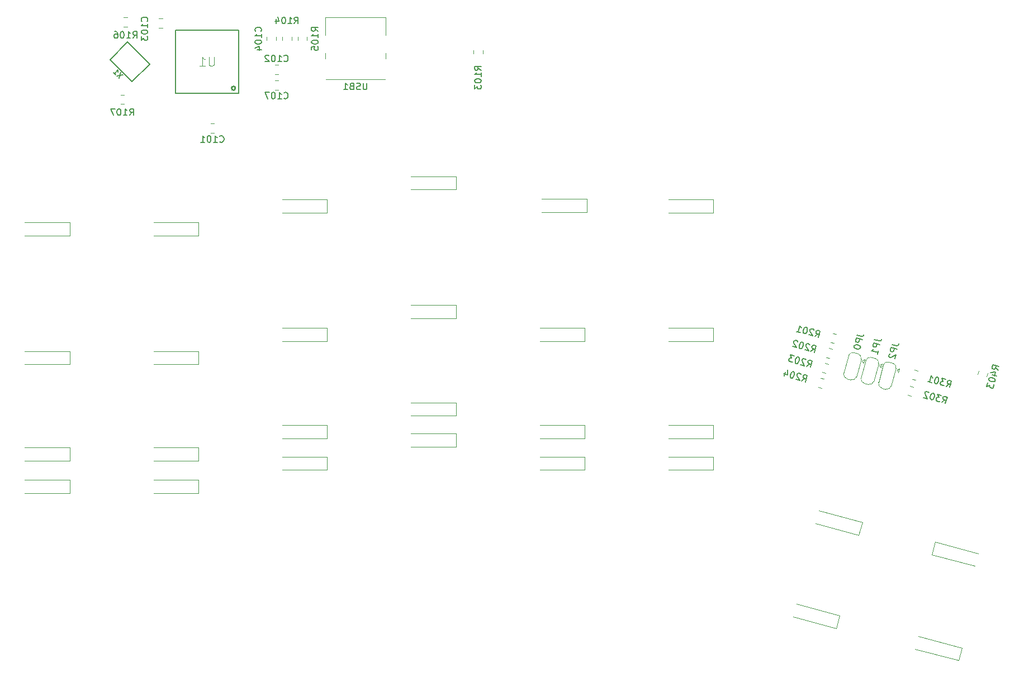
<source format=gbo>
G04 #@! TF.GenerationSoftware,KiCad,Pcbnew,(5.1.4)-1*
G04 #@! TF.CreationDate,2020-05-29T20:33:55-05:00*
G04 #@! TF.ProjectId,Keeb,4b656562-2e6b-4696-9361-645f70636258,rev?*
G04 #@! TF.SameCoordinates,Original*
G04 #@! TF.FileFunction,Legend,Bot*
G04 #@! TF.FilePolarity,Positive*
%FSLAX46Y46*%
G04 Gerber Fmt 4.6, Leading zero omitted, Abs format (unit mm)*
G04 Created by KiCad (PCBNEW (5.1.4)-1) date 2020-05-29 20:33:55*
%MOMM*%
%LPD*%
G04 APERTURE LIST*
%ADD10C,0.254000*%
%ADD11C,0.203200*%
%ADD12C,0.120000*%
%ADD13C,0.200000*%
%ADD14C,0.050000*%
%ADD15C,0.150000*%
G04 APERTURE END LIST*
D10*
X231471591Y-43313534D02*
G75*
G03X231471591Y-43313534I-282700J0D01*
G01*
D11*
X222388891Y-44113534D02*
X231988891Y-44113534D01*
X222388891Y-34513534D02*
X222388891Y-44113534D01*
X231988891Y-34513534D02*
X222388891Y-34513534D01*
X231988891Y-44113534D02*
X231988891Y-34513534D01*
D12*
X214084963Y-44299620D02*
X214607467Y-44299620D01*
X214084963Y-45719620D02*
X214607467Y-45719620D01*
X284696215Y-60097120D02*
X277896215Y-60097120D01*
X284696215Y-62097120D02*
X284696215Y-60097120D01*
X277896215Y-62097120D02*
X284696215Y-62097120D01*
X333313600Y-89814901D02*
X333818301Y-89950135D01*
X333681123Y-88443287D02*
X334185824Y-88578521D01*
D13*
X212483687Y-38959981D02*
X215842444Y-42318738D01*
X215135338Y-36308330D02*
X212483687Y-38959981D01*
X218494095Y-39667087D02*
X215135338Y-36308330D01*
X215842444Y-42318738D02*
X218494095Y-39667087D01*
D12*
X341534710Y-128120823D02*
X334966414Y-126360854D01*
X341017072Y-130052675D02*
X341534710Y-128120823D01*
X334448776Y-128292705D02*
X341017072Y-130052675D01*
X323009711Y-123245825D02*
X316441415Y-121485856D01*
X322492073Y-125177677D02*
X323009711Y-123245825D01*
X315923777Y-123417707D02*
X322492073Y-125177677D01*
X303878892Y-99163665D02*
X297078892Y-99163665D01*
X303878892Y-101163665D02*
X303878892Y-99163665D01*
X297078892Y-101163665D02*
X303878892Y-101163665D01*
X284378891Y-99163667D02*
X277578891Y-99163667D01*
X284378891Y-101163667D02*
X284378891Y-99163667D01*
X277578891Y-101163667D02*
X284378891Y-101163667D01*
X264878891Y-95663667D02*
X258078891Y-95663667D01*
X264878891Y-97663667D02*
X264878891Y-95663667D01*
X258078891Y-97663667D02*
X264878891Y-97663667D01*
X245378891Y-99163666D02*
X238578891Y-99163666D01*
X245378891Y-101163666D02*
X245378891Y-99163666D01*
X238578891Y-101163666D02*
X245378891Y-101163666D01*
X225878891Y-102663534D02*
X219078891Y-102663534D01*
X225878891Y-104663534D02*
X225878891Y-102663534D01*
X219078891Y-104663534D02*
X225878891Y-104663534D01*
X206378891Y-102663533D02*
X199578891Y-102663533D01*
X206378891Y-104663533D02*
X206378891Y-102663533D01*
X199578891Y-104663533D02*
X206378891Y-104663533D01*
X336920271Y-113989470D02*
X343488567Y-115749439D01*
X337437909Y-112057618D02*
X336920271Y-113989470D01*
X344006205Y-113817588D02*
X337437909Y-112057618D01*
X326422210Y-109108324D02*
X319853914Y-107348355D01*
X325904572Y-111040176D02*
X326422210Y-109108324D01*
X319336276Y-109280206D02*
X325904572Y-111040176D01*
X303876391Y-94376034D02*
X297076391Y-94376034D01*
X303876391Y-96376034D02*
X303876391Y-94376034D01*
X297076391Y-96376034D02*
X303876391Y-96376034D01*
X284376392Y-94376032D02*
X277576392Y-94376032D01*
X284376392Y-96376032D02*
X284376392Y-94376032D01*
X277576392Y-96376032D02*
X284376392Y-96376032D01*
X264876391Y-90963534D02*
X258076391Y-90963534D01*
X264876391Y-92963534D02*
X264876391Y-90963534D01*
X258076391Y-92963534D02*
X264876391Y-92963534D01*
X245376393Y-94376034D02*
X238576393Y-94376034D01*
X245376393Y-96376034D02*
X245376393Y-94376034D01*
X238576393Y-96376034D02*
X245376393Y-96376034D01*
X225876392Y-97788532D02*
X219076392Y-97788532D01*
X225876392Y-99788532D02*
X225876392Y-97788532D01*
X219076392Y-99788532D02*
X225876392Y-99788532D01*
X206376391Y-97788533D02*
X199576391Y-97788533D01*
X206376391Y-99788533D02*
X206376391Y-97788533D01*
X199576391Y-99788533D02*
X206376391Y-99788533D01*
X303878891Y-79663667D02*
X297078891Y-79663667D01*
X303878891Y-81663667D02*
X303878891Y-79663667D01*
X297078891Y-81663667D02*
X303878891Y-81663667D01*
X284378891Y-79663667D02*
X277578891Y-79663667D01*
X284378891Y-81663667D02*
X284378891Y-79663667D01*
X277578891Y-81663667D02*
X284378891Y-81663667D01*
X264878893Y-76163667D02*
X258078893Y-76163667D01*
X264878893Y-78163667D02*
X264878893Y-76163667D01*
X258078893Y-78163667D02*
X264878893Y-78163667D01*
X245378892Y-79663667D02*
X238578892Y-79663667D01*
X245378892Y-81663667D02*
X245378892Y-79663667D01*
X238578892Y-81663667D02*
X245378892Y-81663667D01*
X225878891Y-83163532D02*
X219078891Y-83163532D01*
X225878891Y-85163532D02*
X225878891Y-83163532D01*
X219078891Y-85163532D02*
X225878891Y-85163532D01*
X206378891Y-83163534D02*
X199578891Y-83163534D01*
X206378891Y-85163534D02*
X206378891Y-83163534D01*
X199578891Y-85163534D02*
X206378891Y-85163534D01*
X303878891Y-60163667D02*
X297078891Y-60163667D01*
X303878891Y-62163667D02*
X303878891Y-60163667D01*
X297078891Y-62163667D02*
X303878891Y-62163667D01*
X264878891Y-56663666D02*
X258078891Y-56663666D01*
X264878891Y-58663666D02*
X264878891Y-56663666D01*
X258078891Y-58663666D02*
X264878891Y-58663666D01*
X245378891Y-60163665D02*
X238578891Y-60163665D01*
X245378891Y-62163665D02*
X245378891Y-60163665D01*
X238578891Y-62163665D02*
X245378891Y-62163665D01*
X225878891Y-63663534D02*
X219078891Y-63663534D01*
X225878891Y-65663534D02*
X225878891Y-63663534D01*
X219078891Y-65663534D02*
X225878891Y-65663534D01*
X206376391Y-63663535D02*
X199576391Y-63663535D01*
X206376391Y-65663535D02*
X206376391Y-63663535D01*
X199576391Y-65663535D02*
X206376391Y-65663535D01*
X245068891Y-38863534D02*
X245068891Y-37963534D01*
X254258891Y-38863534D02*
X254258891Y-37963534D01*
X245068891Y-35263534D02*
X245068891Y-32533534D01*
X254258891Y-35263534D02*
X254258891Y-32533534D01*
X245188891Y-41943534D02*
X254138891Y-41943534D01*
X245068891Y-32533534D02*
X254258891Y-32533534D01*
X343922967Y-86669623D02*
X344058201Y-86164922D01*
X345294581Y-87037146D02*
X345429815Y-86532445D01*
X333963439Y-87389666D02*
X334468140Y-87524900D01*
X334330962Y-86018052D02*
X334835663Y-86153286D01*
X319783375Y-88612033D02*
X320288076Y-88747267D01*
X320150898Y-87240419D02*
X320655599Y-87375653D01*
X320389012Y-86351769D02*
X320893713Y-86487003D01*
X320756535Y-84980155D02*
X321261236Y-85115389D01*
X320994648Y-84091500D02*
X321499349Y-84226734D01*
X321362171Y-82719886D02*
X321866872Y-82855120D01*
X321600285Y-81831236D02*
X322104986Y-81966470D01*
X321967808Y-80459622D02*
X322472509Y-80594856D01*
X215094967Y-34019620D02*
X214572463Y-34019620D01*
X215094967Y-32599620D02*
X214572463Y-32599620D01*
X240908891Y-36064784D02*
X240908891Y-35542280D01*
X242328891Y-36064784D02*
X242328891Y-35542280D01*
X238568891Y-36064786D02*
X238568891Y-35542282D01*
X239988891Y-36064786D02*
X239988891Y-35542282D01*
X268973715Y-37533368D02*
X268973715Y-38055872D01*
X267553715Y-37533368D02*
X267553715Y-38055872D01*
X331682905Y-86012494D02*
X331895037Y-86379917D01*
X332050328Y-85800362D02*
X331895037Y-86379917D01*
X331682905Y-86012494D02*
X332050328Y-85800362D01*
X331033568Y-84958520D02*
X330454012Y-84803228D01*
X330816790Y-88472137D02*
X331541483Y-85767545D01*
X329392854Y-88763524D02*
X329972410Y-88918816D01*
X329609632Y-85249907D02*
X328884939Y-87954499D01*
X328897880Y-87906202D02*
G75*
G03X329392854Y-88763524I676148J-181174D01*
G01*
X329972410Y-88918816D02*
G75*
G03X330829731Y-88423841I181173J676148D01*
G01*
X331528542Y-85815842D02*
G75*
G03X331033568Y-84958520I-676148J181174D01*
G01*
X330454012Y-84803228D02*
G75*
G03X329596691Y-85298203I-181173J-676148D01*
G01*
X329045927Y-85305918D02*
X329258059Y-85673341D01*
X329413350Y-85093786D02*
X329258059Y-85673341D01*
X329045927Y-85305918D02*
X329413350Y-85093786D01*
X328396590Y-84251944D02*
X327817034Y-84096652D01*
X328179812Y-87765561D02*
X328904505Y-85060969D01*
X326755876Y-88056948D02*
X327335432Y-88212240D01*
X326972654Y-84543331D02*
X326247961Y-87247923D01*
X326260902Y-87199626D02*
G75*
G03X326755876Y-88056948I676148J-181174D01*
G01*
X327335432Y-88212240D02*
G75*
G03X328192753Y-87717265I181173J676148D01*
G01*
X328891564Y-85109266D02*
G75*
G03X328396590Y-84251944I-676148J181174D01*
G01*
X327817034Y-84096652D02*
G75*
G03X326959713Y-84591627I-181173J-676148D01*
G01*
X326408951Y-84599343D02*
X326621083Y-84966766D01*
X326776374Y-84387211D02*
X326621083Y-84966766D01*
X326408951Y-84599343D02*
X326776374Y-84387211D01*
X325759614Y-83545369D02*
X325180058Y-83390077D01*
X325542836Y-87058986D02*
X326267529Y-84354394D01*
X324118900Y-87350373D02*
X324698456Y-87505665D01*
X324335678Y-83836756D02*
X323610985Y-86541348D01*
X323623926Y-86493051D02*
G75*
G03X324118900Y-87350373I676148J-181174D01*
G01*
X324698456Y-87505665D02*
G75*
G03X325555777Y-87010690I181173J676148D01*
G01*
X326254588Y-84402691D02*
G75*
G03X325759614Y-83545369I-676148J181174D01*
G01*
X325180058Y-83390077D02*
G75*
G03X324322737Y-83885052I-181173J-676148D01*
G01*
X237457639Y-42113533D02*
X237980143Y-42113533D01*
X237457639Y-43533533D02*
X237980143Y-43533533D01*
X237648891Y-35542280D02*
X237648891Y-36064784D01*
X236228891Y-35542280D02*
X236228891Y-36064784D01*
X220430144Y-34173532D02*
X219907640Y-34173532D01*
X220430144Y-32753532D02*
X219907640Y-32753532D01*
X227734963Y-48687120D02*
X228257467Y-48687120D01*
X227734963Y-50107120D02*
X228257467Y-50107120D01*
X237980144Y-41193532D02*
X237457640Y-41193532D01*
X237980144Y-39773532D02*
X237457640Y-39773532D01*
D14*
X228255557Y-38546867D02*
X228255557Y-39680200D01*
X228188891Y-39813534D01*
X228122224Y-39880200D01*
X227988891Y-39946867D01*
X227722224Y-39946867D01*
X227588891Y-39880200D01*
X227522224Y-39813534D01*
X227455557Y-39680200D01*
X227455557Y-38546867D01*
X226055557Y-39946867D02*
X226855557Y-39946867D01*
X226455557Y-39946867D02*
X226455557Y-38546867D01*
X226588891Y-38746867D01*
X226722224Y-38880200D01*
X226855557Y-38946867D01*
D15*
X215465262Y-47412000D02*
X215798595Y-46935810D01*
X216036691Y-47412000D02*
X216036691Y-46412000D01*
X215655738Y-46412000D01*
X215560500Y-46459620D01*
X215512881Y-46507239D01*
X215465262Y-46602477D01*
X215465262Y-46745334D01*
X215512881Y-46840572D01*
X215560500Y-46888191D01*
X215655738Y-46935810D01*
X216036691Y-46935810D01*
X214512881Y-47412000D02*
X215084310Y-47412000D01*
X214798595Y-47412000D02*
X214798595Y-46412000D01*
X214893834Y-46554858D01*
X214989072Y-46650096D01*
X215084310Y-46697715D01*
X213893834Y-46412000D02*
X213798595Y-46412000D01*
X213703357Y-46459620D01*
X213655738Y-46507239D01*
X213608119Y-46602477D01*
X213560500Y-46792953D01*
X213560500Y-47031048D01*
X213608119Y-47221524D01*
X213655738Y-47316762D01*
X213703357Y-47364381D01*
X213798595Y-47412000D01*
X213893834Y-47412000D01*
X213989072Y-47364381D01*
X214036691Y-47316762D01*
X214084310Y-47221524D01*
X214131929Y-47031048D01*
X214131929Y-46792953D01*
X214084310Y-46602477D01*
X214036691Y-46507239D01*
X213989072Y-46459620D01*
X213893834Y-46412000D01*
X213227167Y-46412000D02*
X212560500Y-46412000D01*
X212989072Y-47412000D01*
X338480655Y-90932702D02*
X338925877Y-90559010D01*
X339032612Y-91080598D02*
X339291431Y-90114673D01*
X338923460Y-90016075D01*
X338819142Y-90037422D01*
X338760821Y-90071094D01*
X338690175Y-90150762D01*
X338653201Y-90288751D01*
X338674548Y-90393069D01*
X338708220Y-90451390D01*
X338787888Y-90522036D01*
X339155859Y-90620634D01*
X338417498Y-89880503D02*
X337819544Y-89720282D01*
X338042922Y-90174526D01*
X337904933Y-90137552D01*
X337800615Y-90158899D01*
X337742294Y-90192571D01*
X337671648Y-90272239D01*
X337610024Y-90502222D01*
X337631371Y-90606539D01*
X337665043Y-90664860D01*
X337744711Y-90735506D01*
X338020690Y-90809455D01*
X338125008Y-90788108D01*
X338183329Y-90754436D01*
X337221590Y-89560060D02*
X337129597Y-89535411D01*
X337025280Y-89556758D01*
X336966959Y-89590430D01*
X336896313Y-89670098D01*
X336801017Y-89841759D01*
X336739394Y-90071741D01*
X336736091Y-90268052D01*
X336757438Y-90372370D01*
X336791110Y-90430691D01*
X336870778Y-90501337D01*
X336962771Y-90525986D01*
X337067089Y-90504639D01*
X337125410Y-90470967D01*
X337196056Y-90391299D01*
X337291351Y-90219638D01*
X337352975Y-89989656D01*
X337356277Y-89793345D01*
X337334930Y-89689027D01*
X337301259Y-89630706D01*
X337221590Y-89560060D01*
X336506994Y-89467183D02*
X336473322Y-89408861D01*
X336393654Y-89338215D01*
X336163672Y-89276592D01*
X336059354Y-89297939D01*
X336001033Y-89331611D01*
X335930387Y-89411279D01*
X335905737Y-89503272D01*
X335914760Y-89653586D01*
X336318821Y-90353440D01*
X335720867Y-90193219D01*
X214453484Y-41264811D02*
X213510675Y-41453373D01*
X214076361Y-40887688D02*
X213887799Y-41830497D01*
X212998865Y-40941562D02*
X213322114Y-41264811D01*
X213160489Y-41103187D02*
X213726175Y-40537501D01*
X213699237Y-40672188D01*
X213699237Y-40779938D01*
X213726175Y-40860750D01*
X251401986Y-42515914D02*
X251401986Y-43325438D01*
X251354367Y-43420676D01*
X251306748Y-43468295D01*
X251211510Y-43515914D01*
X251021033Y-43515914D01*
X250925795Y-43468295D01*
X250878176Y-43420676D01*
X250830557Y-43325438D01*
X250830557Y-42515914D01*
X250401986Y-43468295D02*
X250259129Y-43515914D01*
X250021033Y-43515914D01*
X249925795Y-43468295D01*
X249878176Y-43420676D01*
X249830557Y-43325438D01*
X249830557Y-43230200D01*
X249878176Y-43134962D01*
X249925795Y-43087343D01*
X250021033Y-43039724D01*
X250211510Y-42992105D01*
X250306748Y-42944486D01*
X250354367Y-42896867D01*
X250401986Y-42801629D01*
X250401986Y-42706391D01*
X250354367Y-42611153D01*
X250306748Y-42563534D01*
X250211510Y-42515914D01*
X249973414Y-42515914D01*
X249830557Y-42563534D01*
X249068652Y-42992105D02*
X248925795Y-43039724D01*
X248878176Y-43087343D01*
X248830557Y-43182581D01*
X248830557Y-43325438D01*
X248878176Y-43420676D01*
X248925795Y-43468295D01*
X249021033Y-43515914D01*
X249401986Y-43515914D01*
X249401986Y-42515914D01*
X249068652Y-42515914D01*
X248973414Y-42563534D01*
X248925795Y-42611153D01*
X248878176Y-42706391D01*
X248878176Y-42801629D01*
X248925795Y-42896867D01*
X248973414Y-42944486D01*
X249068652Y-42992105D01*
X249401986Y-42992105D01*
X247878176Y-43515914D02*
X248449605Y-43515914D01*
X248163891Y-43515914D02*
X248163891Y-42515914D01*
X248259129Y-42658772D01*
X248354367Y-42754010D01*
X248449605Y-42801629D01*
X346996765Y-86064253D02*
X346623073Y-85619031D01*
X347144661Y-85512296D02*
X346178736Y-85253477D01*
X346080138Y-85621448D01*
X346101485Y-85725766D01*
X346135157Y-85784087D01*
X346214825Y-85854733D01*
X346352814Y-85891707D01*
X346457132Y-85870360D01*
X346515453Y-85836688D01*
X346586099Y-85757020D01*
X346684697Y-85389049D01*
X346130969Y-86719644D02*
X346774920Y-86892190D01*
X345824621Y-86391064D02*
X346576192Y-86345952D01*
X346415970Y-86943906D01*
X345624123Y-87323318D02*
X345599474Y-87415311D01*
X345620821Y-87519628D01*
X345654493Y-87577949D01*
X345734161Y-87648595D01*
X345905822Y-87743891D01*
X346135804Y-87805514D01*
X346332115Y-87808817D01*
X346436433Y-87787470D01*
X346494754Y-87753798D01*
X346565400Y-87674130D01*
X346590049Y-87582137D01*
X346568702Y-87477819D01*
X346535030Y-87419498D01*
X346455362Y-87348852D01*
X346283701Y-87253557D01*
X346053719Y-87191933D01*
X345857408Y-87188631D01*
X345753090Y-87209978D01*
X345694769Y-87243649D01*
X345624123Y-87323318D01*
X345451577Y-87967268D02*
X345291356Y-88565222D01*
X345745601Y-88341845D01*
X345708627Y-88479834D01*
X345729974Y-88584152D01*
X345763645Y-88642473D01*
X345843314Y-88713119D01*
X346073296Y-88774743D01*
X346177614Y-88753395D01*
X346235935Y-88719724D01*
X346306581Y-88640056D01*
X346380529Y-88364077D01*
X346359182Y-88259759D01*
X346325510Y-88201438D01*
X339130494Y-88507467D02*
X339575716Y-88133775D01*
X339682451Y-88655363D02*
X339941270Y-87689438D01*
X339573299Y-87590840D01*
X339468981Y-87612187D01*
X339410660Y-87645859D01*
X339340014Y-87725527D01*
X339303040Y-87863516D01*
X339324387Y-87967834D01*
X339358059Y-88026155D01*
X339437727Y-88096801D01*
X339805698Y-88195399D01*
X339067337Y-87455268D02*
X338469383Y-87295047D01*
X338692761Y-87749291D01*
X338554772Y-87712317D01*
X338450454Y-87733664D01*
X338392133Y-87767336D01*
X338321487Y-87847004D01*
X338259863Y-88076987D01*
X338281210Y-88181304D01*
X338314882Y-88239625D01*
X338394550Y-88310271D01*
X338670529Y-88384220D01*
X338774847Y-88362873D01*
X338833168Y-88329201D01*
X337871429Y-87134825D02*
X337779436Y-87110176D01*
X337675119Y-87131523D01*
X337616798Y-87165195D01*
X337546152Y-87244863D01*
X337450856Y-87416524D01*
X337389233Y-87646506D01*
X337385930Y-87842817D01*
X337407277Y-87947135D01*
X337440949Y-88005456D01*
X337520617Y-88076102D01*
X337612610Y-88100751D01*
X337716928Y-88079404D01*
X337775249Y-88045732D01*
X337845895Y-87966064D01*
X337941190Y-87794403D01*
X338002814Y-87564421D01*
X338006116Y-87368110D01*
X337984769Y-87263792D01*
X337951098Y-87205471D01*
X337871429Y-87134825D01*
X336370706Y-87767984D02*
X336922663Y-87915880D01*
X336646684Y-87841932D02*
X336905503Y-86876006D01*
X336960522Y-87038645D01*
X337027866Y-87155287D01*
X337107534Y-87225933D01*
X317276148Y-87673517D02*
X317721370Y-87299825D01*
X317828105Y-87821413D02*
X318086924Y-86855488D01*
X317718953Y-86756890D01*
X317614635Y-86778237D01*
X317556314Y-86811909D01*
X317485668Y-86891577D01*
X317448694Y-87029566D01*
X317470041Y-87133884D01*
X317503713Y-87192205D01*
X317583381Y-87262851D01*
X317951352Y-87361449D01*
X317142346Y-86700986D02*
X317108674Y-86642665D01*
X317029006Y-86572019D01*
X316799023Y-86510395D01*
X316694706Y-86531743D01*
X316636384Y-86565414D01*
X316565739Y-86645082D01*
X316541089Y-86737075D01*
X316550111Y-86887390D01*
X316954172Y-87587244D01*
X316356218Y-87427022D01*
X316017083Y-86300875D02*
X315925090Y-86276226D01*
X315820773Y-86297573D01*
X315762452Y-86331245D01*
X315691806Y-86410913D01*
X315596510Y-86582574D01*
X315534887Y-86812556D01*
X315531584Y-87008867D01*
X315552931Y-87113185D01*
X315586603Y-87171506D01*
X315666271Y-87242152D01*
X315758264Y-87266801D01*
X315862582Y-87245454D01*
X315920903Y-87211782D01*
X315991549Y-87132114D01*
X316086844Y-86960453D01*
X316148468Y-86730471D01*
X316151770Y-86534160D01*
X316130423Y-86429842D01*
X316096752Y-86371521D01*
X316017083Y-86300875D01*
X314780899Y-86314733D02*
X314608353Y-86958683D01*
X315109479Y-86008385D02*
X315154590Y-86759955D01*
X314556636Y-86599734D01*
X318021845Y-85450782D02*
X318467067Y-85077090D01*
X318573802Y-85598678D02*
X318832621Y-84632753D01*
X318464650Y-84534155D01*
X318360332Y-84555502D01*
X318302011Y-84589174D01*
X318231365Y-84668842D01*
X318194391Y-84806831D01*
X318215738Y-84911149D01*
X318249410Y-84969470D01*
X318329078Y-85040116D01*
X318697049Y-85138714D01*
X317888043Y-84478251D02*
X317854371Y-84419930D01*
X317774703Y-84349284D01*
X317544720Y-84287660D01*
X317440403Y-84309008D01*
X317382081Y-84342679D01*
X317311436Y-84422347D01*
X317286786Y-84514340D01*
X317295808Y-84664655D01*
X317699869Y-85364509D01*
X317101915Y-85204287D01*
X316762780Y-84078140D02*
X316670787Y-84053491D01*
X316566470Y-84074838D01*
X316508149Y-84108510D01*
X316437503Y-84188178D01*
X316342207Y-84359839D01*
X316280584Y-84589821D01*
X316277281Y-84786132D01*
X316298628Y-84890450D01*
X316332300Y-84948771D01*
X316411968Y-85019417D01*
X316503961Y-85044066D01*
X316608279Y-85022719D01*
X316666600Y-84989047D01*
X316737246Y-84909379D01*
X316832541Y-84737718D01*
X316894165Y-84507736D01*
X316897467Y-84311425D01*
X316876120Y-84207107D01*
X316842449Y-84148786D01*
X316762780Y-84078140D01*
X316118830Y-83905594D02*
X315520876Y-83745373D01*
X315744253Y-84199618D01*
X315606264Y-84162644D01*
X315501946Y-84183991D01*
X315443625Y-84217662D01*
X315372979Y-84297331D01*
X315311355Y-84527313D01*
X315332703Y-84631631D01*
X315366374Y-84689952D01*
X315446042Y-84760598D01*
X315722021Y-84834546D01*
X315826339Y-84813199D01*
X315884660Y-84779527D01*
X318627481Y-83190513D02*
X319072703Y-82816821D01*
X319179438Y-83338409D02*
X319438257Y-82372484D01*
X319070286Y-82273886D01*
X318965968Y-82295233D01*
X318907647Y-82328905D01*
X318837001Y-82408573D01*
X318800027Y-82546562D01*
X318821374Y-82650880D01*
X318855046Y-82709201D01*
X318934714Y-82779847D01*
X319302685Y-82878445D01*
X318493679Y-82217982D02*
X318460007Y-82159661D01*
X318380339Y-82089015D01*
X318150356Y-82027391D01*
X318046039Y-82048739D01*
X317987717Y-82082410D01*
X317917072Y-82162078D01*
X317892422Y-82254071D01*
X317901444Y-82404386D01*
X318305505Y-83104240D01*
X317707551Y-82944018D01*
X317368416Y-81817871D02*
X317276423Y-81793222D01*
X317172106Y-81814569D01*
X317113785Y-81848241D01*
X317043139Y-81927909D01*
X316947843Y-82099570D01*
X316886220Y-82329552D01*
X316882917Y-82525863D01*
X316904264Y-82630181D01*
X316937936Y-82688502D01*
X317017604Y-82759148D01*
X317109597Y-82783797D01*
X317213915Y-82762450D01*
X317272236Y-82728778D01*
X317342882Y-82649110D01*
X317438177Y-82477449D01*
X317499801Y-82247467D01*
X317503103Y-82051156D01*
X317481756Y-81946838D01*
X317448085Y-81888517D01*
X317368416Y-81817871D01*
X316653820Y-81724994D02*
X316620148Y-81666672D01*
X316540480Y-81596026D01*
X316310498Y-81534403D01*
X316206180Y-81555750D01*
X316147859Y-81589422D01*
X316077213Y-81669090D01*
X316052563Y-81761083D01*
X316061586Y-81911397D01*
X316465647Y-82611251D01*
X315867693Y-82451030D01*
X319233118Y-80930249D02*
X319678340Y-80556557D01*
X319785075Y-81078145D02*
X320043894Y-80112220D01*
X319675923Y-80013622D01*
X319571605Y-80034969D01*
X319513284Y-80068641D01*
X319442638Y-80148309D01*
X319405664Y-80286298D01*
X319427011Y-80390616D01*
X319460683Y-80448937D01*
X319540351Y-80519583D01*
X319908322Y-80618181D01*
X319099316Y-79957718D02*
X319065644Y-79899397D01*
X318985976Y-79828751D01*
X318755993Y-79767127D01*
X318651676Y-79788475D01*
X318593354Y-79822146D01*
X318522709Y-79901814D01*
X318498059Y-79993807D01*
X318507081Y-80144122D01*
X318911142Y-80843976D01*
X318313188Y-80683754D01*
X317974053Y-79557607D02*
X317882060Y-79532958D01*
X317777743Y-79554305D01*
X317719422Y-79587977D01*
X317648776Y-79667645D01*
X317553480Y-79839306D01*
X317491857Y-80069288D01*
X317488554Y-80265599D01*
X317509901Y-80369917D01*
X317543573Y-80428238D01*
X317623241Y-80498884D01*
X317715234Y-80523533D01*
X317819552Y-80502186D01*
X317877873Y-80468514D01*
X317948519Y-80388846D01*
X318043814Y-80217185D01*
X318105438Y-79987203D01*
X318108740Y-79790892D01*
X318087393Y-79686574D01*
X318053722Y-79628253D01*
X317974053Y-79557607D01*
X316473330Y-80190766D02*
X317025287Y-80338662D01*
X316749308Y-80264714D02*
X317008127Y-79298788D01*
X317063146Y-79461427D01*
X317130490Y-79578069D01*
X317210158Y-79648715D01*
X215952762Y-35712000D02*
X216286095Y-35235810D01*
X216524191Y-35712000D02*
X216524191Y-34712000D01*
X216143238Y-34712000D01*
X216048000Y-34759620D01*
X216000381Y-34807239D01*
X215952762Y-34902477D01*
X215952762Y-35045334D01*
X216000381Y-35140572D01*
X216048000Y-35188191D01*
X216143238Y-35235810D01*
X216524191Y-35235810D01*
X215000381Y-35712000D02*
X215571810Y-35712000D01*
X215286095Y-35712000D02*
X215286095Y-34712000D01*
X215381334Y-34854858D01*
X215476572Y-34950096D01*
X215571810Y-34997715D01*
X214381334Y-34712000D02*
X214286095Y-34712000D01*
X214190857Y-34759620D01*
X214143238Y-34807239D01*
X214095619Y-34902477D01*
X214048000Y-35092953D01*
X214048000Y-35331048D01*
X214095619Y-35521524D01*
X214143238Y-35616762D01*
X214190857Y-35664381D01*
X214286095Y-35712000D01*
X214381334Y-35712000D01*
X214476572Y-35664381D01*
X214524191Y-35616762D01*
X214571810Y-35521524D01*
X214619429Y-35331048D01*
X214619429Y-35092953D01*
X214571810Y-34902477D01*
X214524191Y-34807239D01*
X214476572Y-34759620D01*
X214381334Y-34712000D01*
X213190857Y-34712000D02*
X213381334Y-34712000D01*
X213476572Y-34759620D01*
X213524191Y-34807239D01*
X213619429Y-34950096D01*
X213667048Y-35140572D01*
X213667048Y-35521524D01*
X213619429Y-35616762D01*
X213571810Y-35664381D01*
X213476572Y-35712000D01*
X213286095Y-35712000D01*
X213190857Y-35664381D01*
X213143238Y-35616762D01*
X213095619Y-35521524D01*
X213095619Y-35283429D01*
X213143238Y-35188191D01*
X213190857Y-35140572D01*
X213286095Y-35092953D01*
X213476572Y-35092953D01*
X213571810Y-35140572D01*
X213619429Y-35188191D01*
X213667048Y-35283429D01*
X244021271Y-34684484D02*
X243545081Y-34351151D01*
X244021271Y-34113055D02*
X243021271Y-34113055D01*
X243021271Y-34494008D01*
X243068891Y-34589246D01*
X243116510Y-34636865D01*
X243211748Y-34684484D01*
X243354605Y-34684484D01*
X243449843Y-34636865D01*
X243497462Y-34589246D01*
X243545081Y-34494008D01*
X243545081Y-34113055D01*
X244021271Y-35636865D02*
X244021271Y-35065436D01*
X244021271Y-35351151D02*
X243021271Y-35351151D01*
X243164129Y-35255912D01*
X243259367Y-35160674D01*
X243306986Y-35065436D01*
X243021271Y-36255912D02*
X243021271Y-36351151D01*
X243068891Y-36446389D01*
X243116510Y-36494008D01*
X243211748Y-36541627D01*
X243402224Y-36589246D01*
X243640319Y-36589246D01*
X243830795Y-36541627D01*
X243926033Y-36494008D01*
X243973652Y-36446389D01*
X244021271Y-36351151D01*
X244021271Y-36255912D01*
X243973652Y-36160674D01*
X243926033Y-36113055D01*
X243830795Y-36065436D01*
X243640319Y-36017817D01*
X243402224Y-36017817D01*
X243211748Y-36065436D01*
X243116510Y-36113055D01*
X243068891Y-36160674D01*
X243021271Y-36255912D01*
X243021271Y-37494008D02*
X243021271Y-37017817D01*
X243497462Y-36970198D01*
X243449843Y-37017817D01*
X243402224Y-37113055D01*
X243402224Y-37351151D01*
X243449843Y-37446389D01*
X243497462Y-37494008D01*
X243592700Y-37541627D01*
X243830795Y-37541627D01*
X243926033Y-37494008D01*
X243973652Y-37446389D01*
X244021271Y-37351151D01*
X244021271Y-37113055D01*
X243973652Y-37017817D01*
X243926033Y-36970198D01*
X240397938Y-33525914D02*
X240731271Y-33049724D01*
X240969367Y-33525914D02*
X240969367Y-32525914D01*
X240588414Y-32525914D01*
X240493176Y-32573534D01*
X240445557Y-32621153D01*
X240397938Y-32716391D01*
X240397938Y-32859248D01*
X240445557Y-32954486D01*
X240493176Y-33002105D01*
X240588414Y-33049724D01*
X240969367Y-33049724D01*
X239445557Y-33525914D02*
X240016986Y-33525914D01*
X239731271Y-33525914D02*
X239731271Y-32525914D01*
X239826510Y-32668772D01*
X239921748Y-32764010D01*
X240016986Y-32811629D01*
X238826510Y-32525914D02*
X238731271Y-32525914D01*
X238636033Y-32573534D01*
X238588414Y-32621153D01*
X238540795Y-32716391D01*
X238493176Y-32906867D01*
X238493176Y-33144962D01*
X238540795Y-33335438D01*
X238588414Y-33430676D01*
X238636033Y-33478295D01*
X238731271Y-33525914D01*
X238826510Y-33525914D01*
X238921748Y-33478295D01*
X238969367Y-33430676D01*
X239016986Y-33335438D01*
X239064605Y-33144962D01*
X239064605Y-32906867D01*
X239016986Y-32716391D01*
X238969367Y-32621153D01*
X238921748Y-32573534D01*
X238826510Y-32525914D01*
X237636033Y-32859248D02*
X237636033Y-33525914D01*
X237874129Y-32478295D02*
X238112224Y-33192581D01*
X237493176Y-33192581D01*
X268716095Y-40575572D02*
X268239905Y-40242239D01*
X268716095Y-40004143D02*
X267716095Y-40004143D01*
X267716095Y-40385096D01*
X267763715Y-40480334D01*
X267811334Y-40527953D01*
X267906572Y-40575572D01*
X268049429Y-40575572D01*
X268144667Y-40527953D01*
X268192286Y-40480334D01*
X268239905Y-40385096D01*
X268239905Y-40004143D01*
X268716095Y-41527953D02*
X268716095Y-40956524D01*
X268716095Y-41242239D02*
X267716095Y-41242239D01*
X267858953Y-41147000D01*
X267954191Y-41051762D01*
X268001810Y-40956524D01*
X267716095Y-42147000D02*
X267716095Y-42242239D01*
X267763715Y-42337477D01*
X267811334Y-42385096D01*
X267906572Y-42432715D01*
X268097048Y-42480334D01*
X268335143Y-42480334D01*
X268525619Y-42432715D01*
X268620857Y-42385096D01*
X268668476Y-42337477D01*
X268716095Y-42242239D01*
X268716095Y-42147000D01*
X268668476Y-42051762D01*
X268620857Y-42004143D01*
X268525619Y-41956524D01*
X268335143Y-41908905D01*
X268097048Y-41908905D01*
X267906572Y-41956524D01*
X267811334Y-42004143D01*
X267763715Y-42051762D01*
X267716095Y-42147000D01*
X267716095Y-42813667D02*
X267716095Y-43432715D01*
X268097048Y-43099381D01*
X268097048Y-43242239D01*
X268144667Y-43337477D01*
X268192286Y-43385096D01*
X268287524Y-43432715D01*
X268525619Y-43432715D01*
X268620857Y-43385096D01*
X268668476Y-43337477D01*
X268716095Y-43242239D01*
X268716095Y-42956524D01*
X268668476Y-42861286D01*
X268620857Y-42813667D01*
X330909328Y-82147238D02*
X331599275Y-82332109D01*
X331749589Y-82323087D01*
X331866231Y-82255743D01*
X331949202Y-82130078D01*
X331973851Y-82038085D01*
X331752006Y-82866022D02*
X330786080Y-82607203D01*
X330687483Y-82975174D01*
X330708830Y-83079492D01*
X330742502Y-83137813D01*
X330822170Y-83208459D01*
X330960159Y-83245433D01*
X331064477Y-83224086D01*
X331122798Y-83190415D01*
X331193444Y-83110746D01*
X331292042Y-82742775D01*
X330631579Y-83551782D02*
X330573258Y-83585453D01*
X330502612Y-83665122D01*
X330440988Y-83895104D01*
X330462335Y-83999422D01*
X330496007Y-84057743D01*
X330575675Y-84128389D01*
X330667668Y-84153038D01*
X330817982Y-84144016D01*
X331517837Y-83739955D01*
X331357615Y-84337909D01*
X328272350Y-81440662D02*
X328962297Y-81625533D01*
X329112611Y-81616511D01*
X329229253Y-81549167D01*
X329312224Y-81423502D01*
X329336873Y-81331509D01*
X329115028Y-82159446D02*
X328149102Y-81900627D01*
X328050505Y-82268598D01*
X328071852Y-82372916D01*
X328105524Y-82431237D01*
X328185192Y-82501883D01*
X328323181Y-82538857D01*
X328427499Y-82517510D01*
X328485820Y-82483839D01*
X328556466Y-82404170D01*
X328655064Y-82036199D01*
X328720637Y-83631333D02*
X328868534Y-83079375D01*
X328794586Y-83355354D02*
X327828660Y-83096535D01*
X327991299Y-83041516D01*
X328107941Y-82974173D01*
X328178587Y-82894504D01*
X325635374Y-80734087D02*
X326325321Y-80918958D01*
X326475635Y-80909936D01*
X326592277Y-80842592D01*
X326675248Y-80716927D01*
X326699897Y-80624934D01*
X326478052Y-81452871D02*
X325512126Y-81194052D01*
X325413529Y-81562023D01*
X325434876Y-81666341D01*
X325468548Y-81724662D01*
X325548216Y-81795308D01*
X325686205Y-81832282D01*
X325790523Y-81810935D01*
X325848844Y-81777264D01*
X325919490Y-81697595D01*
X326018088Y-81329624D01*
X325204009Y-82343963D02*
X325179359Y-82435956D01*
X325200706Y-82540274D01*
X325234378Y-82598595D01*
X325314046Y-82669241D01*
X325485707Y-82764536D01*
X325715690Y-82826160D01*
X325912000Y-82829462D01*
X326016318Y-82808115D01*
X326074639Y-82774444D01*
X326145285Y-82694775D01*
X326169934Y-82602782D01*
X326148587Y-82498465D01*
X326114916Y-82440144D01*
X326035247Y-82369498D01*
X325863586Y-82274202D01*
X325633604Y-82212579D01*
X325437293Y-82209276D01*
X325332976Y-82230623D01*
X325274654Y-82264295D01*
X325204009Y-82343963D01*
X238837938Y-44830675D02*
X238885557Y-44878294D01*
X239028414Y-44925913D01*
X239123652Y-44925913D01*
X239266510Y-44878294D01*
X239361748Y-44783056D01*
X239409367Y-44687818D01*
X239456986Y-44497342D01*
X239456986Y-44354485D01*
X239409367Y-44164009D01*
X239361748Y-44068771D01*
X239266510Y-43973533D01*
X239123652Y-43925913D01*
X239028414Y-43925913D01*
X238885557Y-43973533D01*
X238837938Y-44021152D01*
X237885557Y-44925913D02*
X238456986Y-44925913D01*
X238171271Y-44925913D02*
X238171271Y-43925913D01*
X238266510Y-44068771D01*
X238361748Y-44164009D01*
X238456986Y-44211628D01*
X237266510Y-43925913D02*
X237171271Y-43925913D01*
X237076033Y-43973533D01*
X237028414Y-44021152D01*
X236980795Y-44116390D01*
X236933176Y-44306866D01*
X236933176Y-44544961D01*
X236980795Y-44735437D01*
X237028414Y-44830675D01*
X237076033Y-44878294D01*
X237171271Y-44925913D01*
X237266510Y-44925913D01*
X237361748Y-44878294D01*
X237409367Y-44830675D01*
X237456986Y-44735437D01*
X237504605Y-44544961D01*
X237504605Y-44306866D01*
X237456986Y-44116390D01*
X237409367Y-44021152D01*
X237361748Y-43973533D01*
X237266510Y-43925913D01*
X236599843Y-43925913D02*
X235933176Y-43925913D01*
X236361748Y-44925913D01*
X235346033Y-34684484D02*
X235393652Y-34636865D01*
X235441271Y-34494008D01*
X235441271Y-34398770D01*
X235393652Y-34255912D01*
X235298414Y-34160674D01*
X235203176Y-34113055D01*
X235012700Y-34065436D01*
X234869843Y-34065436D01*
X234679367Y-34113055D01*
X234584129Y-34160674D01*
X234488891Y-34255912D01*
X234441271Y-34398770D01*
X234441271Y-34494008D01*
X234488891Y-34636865D01*
X234536510Y-34684484D01*
X235441271Y-35636865D02*
X235441271Y-35065436D01*
X235441271Y-35351151D02*
X234441271Y-35351151D01*
X234584129Y-35255912D01*
X234679367Y-35160674D01*
X234726986Y-35065436D01*
X234441271Y-36255912D02*
X234441271Y-36351151D01*
X234488891Y-36446389D01*
X234536510Y-36494008D01*
X234631748Y-36541627D01*
X234822224Y-36589246D01*
X235060319Y-36589246D01*
X235250795Y-36541627D01*
X235346033Y-36494008D01*
X235393652Y-36446389D01*
X235441271Y-36351151D01*
X235441271Y-36255912D01*
X235393652Y-36160674D01*
X235346033Y-36113055D01*
X235250795Y-36065436D01*
X235060319Y-36017817D01*
X234822224Y-36017817D01*
X234631748Y-36065436D01*
X234536510Y-36113055D01*
X234488891Y-36160674D01*
X234441271Y-36255912D01*
X234774605Y-37446389D02*
X235441271Y-37446389D01*
X234393652Y-37208293D02*
X235107938Y-36970198D01*
X235107938Y-37589246D01*
X218115857Y-33165572D02*
X218163476Y-33117953D01*
X218211095Y-32975096D01*
X218211095Y-32879858D01*
X218163476Y-32737000D01*
X218068238Y-32641762D01*
X217973000Y-32594143D01*
X217782524Y-32546524D01*
X217639667Y-32546524D01*
X217449191Y-32594143D01*
X217353953Y-32641762D01*
X217258715Y-32737000D01*
X217211095Y-32879858D01*
X217211095Y-32975096D01*
X217258715Y-33117953D01*
X217306334Y-33165572D01*
X218211095Y-34117953D02*
X218211095Y-33546524D01*
X218211095Y-33832239D02*
X217211095Y-33832239D01*
X217353953Y-33737000D01*
X217449191Y-33641762D01*
X217496810Y-33546524D01*
X217211095Y-34737000D02*
X217211095Y-34832239D01*
X217258715Y-34927477D01*
X217306334Y-34975096D01*
X217401572Y-35022715D01*
X217592048Y-35070334D01*
X217830143Y-35070334D01*
X218020619Y-35022715D01*
X218115857Y-34975096D01*
X218163476Y-34927477D01*
X218211095Y-34832239D01*
X218211095Y-34737000D01*
X218163476Y-34641762D01*
X218115857Y-34594143D01*
X218020619Y-34546524D01*
X217830143Y-34498905D01*
X217592048Y-34498905D01*
X217401572Y-34546524D01*
X217306334Y-34594143D01*
X217258715Y-34641762D01*
X217211095Y-34737000D01*
X217211095Y-35403667D02*
X217211095Y-36022715D01*
X217592048Y-35689381D01*
X217592048Y-35832239D01*
X217639667Y-35927477D01*
X217687286Y-35975096D01*
X217782524Y-36022715D01*
X218020619Y-36022715D01*
X218115857Y-35975096D01*
X218163476Y-35927477D01*
X218211095Y-35832239D01*
X218211095Y-35546524D01*
X218163476Y-35451286D01*
X218115857Y-35403667D01*
X229115262Y-51404262D02*
X229162881Y-51451881D01*
X229305738Y-51499500D01*
X229400976Y-51499500D01*
X229543834Y-51451881D01*
X229639072Y-51356643D01*
X229686691Y-51261405D01*
X229734310Y-51070929D01*
X229734310Y-50928072D01*
X229686691Y-50737596D01*
X229639072Y-50642358D01*
X229543834Y-50547120D01*
X229400976Y-50499500D01*
X229305738Y-50499500D01*
X229162881Y-50547120D01*
X229115262Y-50594739D01*
X228162881Y-51499500D02*
X228734310Y-51499500D01*
X228448595Y-51499500D02*
X228448595Y-50499500D01*
X228543834Y-50642358D01*
X228639072Y-50737596D01*
X228734310Y-50785215D01*
X227543834Y-50499500D02*
X227448595Y-50499500D01*
X227353357Y-50547120D01*
X227305738Y-50594739D01*
X227258119Y-50689977D01*
X227210500Y-50880453D01*
X227210500Y-51118548D01*
X227258119Y-51309024D01*
X227305738Y-51404262D01*
X227353357Y-51451881D01*
X227448595Y-51499500D01*
X227543834Y-51499500D01*
X227639072Y-51451881D01*
X227686691Y-51404262D01*
X227734310Y-51309024D01*
X227781929Y-51118548D01*
X227781929Y-50880453D01*
X227734310Y-50689977D01*
X227686691Y-50594739D01*
X227639072Y-50547120D01*
X227543834Y-50499500D01*
X226258119Y-51499500D02*
X226829548Y-51499500D01*
X226543834Y-51499500D02*
X226543834Y-50499500D01*
X226639072Y-50642358D01*
X226734310Y-50737596D01*
X226829548Y-50785215D01*
X238837939Y-39190674D02*
X238885558Y-39238293D01*
X239028415Y-39285912D01*
X239123653Y-39285912D01*
X239266511Y-39238293D01*
X239361749Y-39143055D01*
X239409368Y-39047817D01*
X239456987Y-38857341D01*
X239456987Y-38714484D01*
X239409368Y-38524008D01*
X239361749Y-38428770D01*
X239266511Y-38333532D01*
X239123653Y-38285912D01*
X239028415Y-38285912D01*
X238885558Y-38333532D01*
X238837939Y-38381151D01*
X237885558Y-39285912D02*
X238456987Y-39285912D01*
X238171272Y-39285912D02*
X238171272Y-38285912D01*
X238266511Y-38428770D01*
X238361749Y-38524008D01*
X238456987Y-38571627D01*
X237266511Y-38285912D02*
X237171272Y-38285912D01*
X237076034Y-38333532D01*
X237028415Y-38381151D01*
X236980796Y-38476389D01*
X236933177Y-38666865D01*
X236933177Y-38904960D01*
X236980796Y-39095436D01*
X237028415Y-39190674D01*
X237076034Y-39238293D01*
X237171272Y-39285912D01*
X237266511Y-39285912D01*
X237361749Y-39238293D01*
X237409368Y-39190674D01*
X237456987Y-39095436D01*
X237504606Y-38904960D01*
X237504606Y-38666865D01*
X237456987Y-38476389D01*
X237409368Y-38381151D01*
X237361749Y-38333532D01*
X237266511Y-38285912D01*
X236552225Y-38381151D02*
X236504606Y-38333532D01*
X236409368Y-38285912D01*
X236171272Y-38285912D01*
X236076034Y-38333532D01*
X236028415Y-38381151D01*
X235980796Y-38476389D01*
X235980796Y-38571627D01*
X236028415Y-38714484D01*
X236599844Y-39285912D01*
X235980796Y-39285912D01*
M02*

</source>
